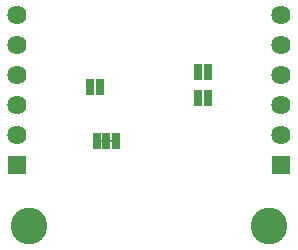
<source format=gbr>
G04 EAGLE Gerber RS-274X export*
G75*
%MOMM*%
%FSLAX34Y34*%
%LPD*%
%AMOC8*
5,1,8,0,0,1.08239X$1,22.5*%
G01*
%ADD10C,3.101600*%
%ADD11R,1.625600X1.625600*%
%ADD12C,1.625600*%
%ADD13R,0.736600X1.371600*%
%ADD14C,0.203200*%


D10*
X25400Y25400D03*
X228600Y25400D03*
D11*
X15000Y76500D03*
D12*
X15000Y101900D03*
X15000Y127300D03*
X15000Y152700D03*
X15000Y178100D03*
X15000Y203500D03*
D11*
X239000Y76500D03*
D12*
X239000Y101900D03*
X239000Y127300D03*
X239000Y152700D03*
X239000Y178100D03*
X239000Y203500D03*
D13*
X99060Y96868D03*
X90932Y96868D03*
X82804Y96868D03*
D14*
X82042Y96868D02*
X99568Y96868D01*
D13*
X168828Y155868D03*
X176956Y155868D03*
X168656Y133698D03*
X176784Y133698D03*
X85598Y142588D03*
X77470Y142588D03*
M02*

</source>
